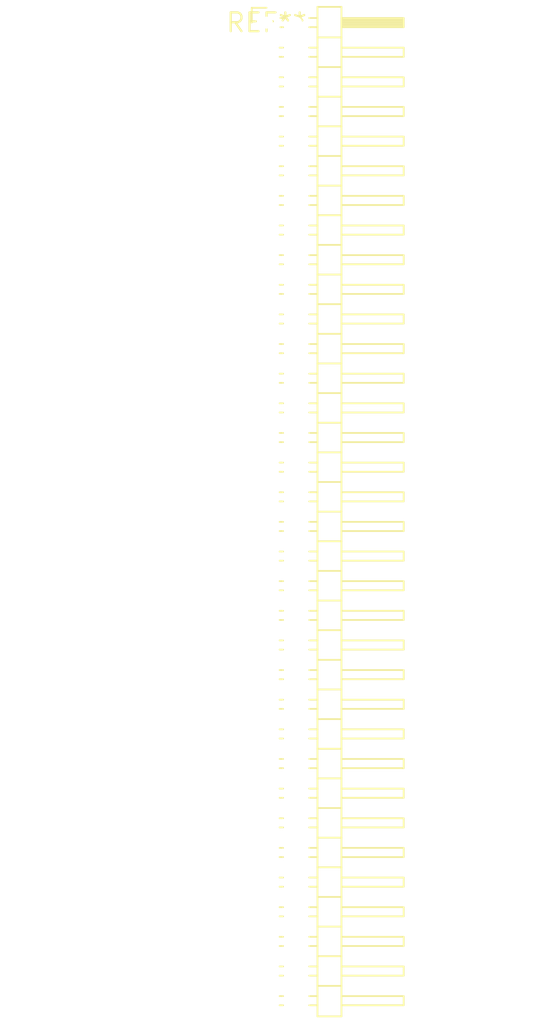
<source format=kicad_pcb>
(kicad_pcb (version 20240108) (generator pcbnew)
  (layers (0 "F.Cu" signal) (31 "B.Cu" signal) (34 "B.Paste" user) (35 "F.Paste" user) (36 "B.SilkS" user "B.Silkscreen") (37 "F.SilkS" user "F.Silkscreen") (38 "B.Mask" user) (39 "F.Mask" user) (44 "Edge.Cuts" user))
  (net 0 "")
  (footprint "PinHeader_2x34_P2.00mm_Horizontal" (layer "F.Cu") (at 0 0)
    (property "Reference" "REF**")
    (property "Value" "PinHeader_2x34_P2.00mm_Horizontal")
    (fp_line (start -1 -1) (end 0 -1) (layer "F.SilkS") (stroke (width 0.12)))
    (fp_line (start -1 0) (end -1 -1) (layer "F.SilkS") (stroke (width 0.12)))
    (fp_line (start 0.882114 1.69) (end 1.117886 1.69) (layer "F.SilkS") (stroke (width 0.12)))
    (fp_line (start 0.882114 2.31) (end 1.117886 2.31) (layer "F.SilkS") (stroke (width 0.12)))
    (fp_line (start 0.882114 3.69) (end 1.117886 3.69) (layer "F.SilkS") (stroke (width 0.12)))
    (fp_line (start 0.882114 4.31) (end 1.117886 4.31) (layer "F.SilkS") (stroke (width 0.12)))
    (fp_line (start 0.882114 5.69) (end 1.117886 5.69) (layer "F.SilkS") (stroke (width 0.12)))
    (fp_line (start 0.882114 6.31) (end 1.117886 6.31) (layer "F.SilkS") (stroke (width 0.12)))
    (fp_line (start 0.882114 7.69) (end 1.117886 7.69) (layer "F.SilkS") (stroke (width 0.12)))
    (fp_line (start 0.882114 8.31) (end 1.117886 8.31) (layer "F.SilkS") (stroke (width 0.12)))
    (fp_line (start 0.882114 9.69) (end 1.117886 9.69) (layer "F.SilkS") (stroke (width 0.12)))
    (fp_line (start 0.882114 10.31) (end 1.117886 10.31) (layer "F.SilkS") (stroke (width 0.12)))
    (fp_line (start 0.882114 11.69) (end 1.117886 11.69) (layer "F.SilkS") (stroke (width 0.12)))
    (fp_line (start 0.882114 12.31) (end 1.117886 12.31) (layer "F.SilkS") (stroke (width 0.12)))
    (fp_line (start 0.882114 13.69) (end 1.117886 13.69) (layer "F.SilkS") (stroke (width 0.12)))
    (fp_line (start 0.882114 14.31) (end 1.117886 14.31) (layer "F.SilkS") (stroke (width 0.12)))
    (fp_line (start 0.882114 15.69) (end 1.117886 15.69) (layer "F.SilkS") (stroke (width 0.12)))
    (fp_line (start 0.882114 16.31) (end 1.117886 16.31) (layer "F.SilkS") (stroke (width 0.12)))
    (fp_line (start 0.882114 17.69) (end 1.117886 17.69) (layer "F.SilkS") (stroke (width 0.12)))
    (fp_line (start 0.882114 18.31) (end 1.117886 18.31) (layer "F.SilkS") (stroke (width 0.12)))
    (fp_line (start 0.882114 19.69) (end 1.117886 19.69) (layer "F.SilkS") (stroke (width 0.12)))
    (fp_line (start 0.882114 20.31) (end 1.117886 20.31) (layer "F.SilkS") (stroke (width 0.12)))
    (fp_line (start 0.882114 21.69) (end 1.117886 21.69) (layer "F.SilkS") (stroke (width 0.12)))
    (fp_line (start 0.882114 22.31) (end 1.117886 22.31) (layer "F.SilkS") (stroke (width 0.12)))
    (fp_line (start 0.882114 23.69) (end 1.117886 23.69) (layer "F.SilkS") (stroke (width 0.12)))
    (fp_line (start 0.882114 24.31) (end 1.117886 24.31) (layer "F.SilkS") (stroke (width 0.12)))
    (fp_line (start 0.882114 25.69) (end 1.117886 25.69) (layer "F.SilkS") (stroke (width 0.12)))
    (fp_line (start 0.882114 26.31) (end 1.117886 26.31) (layer "F.SilkS") (stroke (width 0.12)))
    (fp_line (start 0.882114 27.69) (end 1.117886 27.69) (layer "F.SilkS") (stroke (width 0.12)))
    (fp_line (start 0.882114 28.31) (end 1.117886 28.31) (layer "F.SilkS") (stroke (width 0.12)))
    (fp_line (start 0.882114 29.69) (end 1.117886 29.69) (layer "F.SilkS") (stroke (width 0.12)))
    (fp_line (start 0.882114 30.31) (end 1.117886 30.31) (layer "F.SilkS") (stroke (width 0.12)))
    (fp_line (start 0.882114 31.69) (end 1.117886 31.69) (layer "F.SilkS") (stroke (width 0.12)))
    (fp_line (start 0.882114 32.31) (end 1.117886 32.31) (layer "F.SilkS") (stroke (width 0.12)))
    (fp_line (start 0.882114 33.69) (end 1.117886 33.69) (layer "F.SilkS") (stroke (width 0.12)))
    (fp_line (start 0.882114 34.31) (end 1.117886 34.31) (layer "F.SilkS") (stroke (width 0.12)))
    (fp_line (start 0.882114 35.69) (end 1.117886 35.69) (layer "F.SilkS") (stroke (width 0.12)))
    (fp_line (start 0.882114 36.31) (end 1.117886 36.31) (layer "F.SilkS") (stroke (width 0.12)))
    (fp_line (start 0.882114 37.69) (end 1.117886 37.69) (layer "F.SilkS") (stroke (width 0.12)))
    (fp_line (start 0.882114 38.31) (end 1.117886 38.31) (layer "F.SilkS") (stroke (width 0.12)))
    (fp_line (start 0.882114 39.69) (end 1.117886 39.69) (layer "F.SilkS") (stroke (width 0.12)))
    (fp_line (start 0.882114 40.31) (end 1.117886 40.31) (layer "F.SilkS") (stroke (width 0.12)))
    (fp_line (start 0.882114 41.69) (end 1.117886 41.69) (layer "F.SilkS") (stroke (width 0.12)))
    (fp_line (start 0.882114 42.31) (end 1.117886 42.31) (layer "F.SilkS") (stroke (width 0.12)))
    (fp_line (start 0.882114 43.69) (end 1.117886 43.69) (layer "F.SilkS") (stroke (width 0.12)))
    (fp_line (start 0.882114 44.31) (end 1.117886 44.31) (layer "F.SilkS") (stroke (width 0.12)))
    (fp_line (start 0.882114 45.69) (end 1.117886 45.69) (layer "F.SilkS") (stroke (width 0.12)))
    (fp_line (start 0.882114 46.31) (end 1.117886 46.31) (layer "F.SilkS") (stroke (width 0.12)))
    (fp_line (start 0.882114 47.69) (end 1.117886 47.69) (layer "F.SilkS") (stroke (width 0.12)))
    (fp_line (start 0.882114 48.31) (end 1.117886 48.31) (layer "F.SilkS") (stroke (width 0.12)))
    (fp_line (start 0.882114 49.69) (end 1.117886 49.69) (layer "F.SilkS") (stroke (width 0.12)))
    (fp_line (start 0.882114 50.31) (end 1.117886 50.31) (layer "F.SilkS") (stroke (width 0.12)))
    (fp_line (start 0.882114 51.69) (end 1.117886 51.69) (layer "F.SilkS") (stroke (width 0.12)))
    (fp_line (start 0.882114 52.31) (end 1.117886 52.31) (layer "F.SilkS") (stroke (width 0.12)))
    (fp_line (start 0.882114 53.69) (end 1.117886 53.69) (layer "F.SilkS") (stroke (width 0.12)))
    (fp_line (start 0.882114 54.31) (end 1.117886 54.31) (layer "F.SilkS") (stroke (width 0.12)))
    (fp_line (start 0.882114 55.69) (end 1.117886 55.69) (layer "F.SilkS") (stroke (width 0.12)))
    (fp_line (start 0.882114 56.31) (end 1.117886 56.31) (layer "F.SilkS") (stroke (width 0.12)))
    (fp_line (start 0.882114 57.69) (end 1.117886 57.69) (layer "F.SilkS") (stroke (width 0.12)))
    (fp_line (start 0.882114 58.31) (end 1.117886 58.31) (layer "F.SilkS") (stroke (width 0.12)))
    (fp_line (start 0.882114 59.69) (end 1.117886 59.69) (layer "F.SilkS") (stroke (width 0.12)))
    (fp_line (start 0.882114 60.31) (end 1.117886 60.31) (layer "F.SilkS") (stroke (width 0.12)))
    (fp_line (start 0.882114 61.69) (end 1.117886 61.69) (layer "F.SilkS") (stroke (width 0.12)))
    (fp_line (start 0.882114 62.31) (end 1.117886 62.31) (layer "F.SilkS") (stroke (width 0.12)))
    (fp_line (start 0.882114 63.69) (end 1.117886 63.69) (layer "F.SilkS") (stroke (width 0.12)))
    (fp_line (start 0.882114 64.31) (end 1.117886 64.31) (layer "F.SilkS") (stroke (width 0.12)))
    (fp_line (start 0.882114 65.69) (end 1.117886 65.69) (layer "F.SilkS") (stroke (width 0.12)))
    (fp_line (start 0.882114 66.31) (end 1.117886 66.31) (layer "F.SilkS") (stroke (width 0.12)))
    (fp_line (start 0.935 -0.31) (end 1.117886 -0.31) (layer "F.SilkS") (stroke (width 0.12)))
    (fp_line (start 0.935 0.31) (end 1.117886 0.31) (layer "F.SilkS") (stroke (width 0.12)))
    (fp_line (start 2.882114 -0.31) (end 3.44 -0.31) (layer "F.SilkS") (stroke (width 0.12)))
    (fp_line (start 2.882114 0.31) (end 3.44 0.31) (layer "F.SilkS") (stroke (width 0.12)))
    (fp_line (start 2.882114 1.69) (end 3.44 1.69) (layer "F.SilkS") (stroke (width 0.12)))
    (fp_line (start 2.882114 2.31) (end 3.44 2.31) (layer "F.SilkS") (stroke (width 0.12)))
    (fp_line (start 2.882114 3.69) (end 3.44 3.69) (layer "F.SilkS") (stroke (width 0.12)))
    (fp_line (start 2.882114 4.31) (end 3.44 4.31) (layer "F.SilkS") (stroke (width 0.12)))
    (fp_line (start 2.882114 5.69) (end 3.44 5.69) (layer "F.SilkS") (stroke (width 0.12)))
    (fp_line (start 2.882114 6.31) (end 3.44 6.31) (layer "F.SilkS") (stroke (width 0.12)))
    (fp_line (start 2.882114 7.69) (end 3.44 7.69) (layer "F.SilkS") (stroke (width 0.12)))
    (fp_line (start 2.882114 8.31) (end 3.44 8.31) (layer "F.SilkS") (stroke (width 0.12)))
    (fp_line (start 2.882114 9.69) (end 3.44 9.69) (layer "F.SilkS") (stroke (width 0.12)))
    (fp_line (start 2.882114 10.31) (end 3.44 10.31) (layer "F.SilkS") (stroke (width 0.12)))
    (fp_line (start 2.882114 11.69) (end 3.44 11.69) (layer "F.SilkS") (stroke (width 0.12)))
    (fp_line (start 2.882114 12.31) (end 3.44 12.31) (layer "F.SilkS") (stroke (width 0.12)))
    (fp_line (start 2.882114 13.69) (end 3.44 13.69) (layer "F.SilkS") (stroke (width 0.12)))
    (fp_line (start 2.882114 14.31) (end 3.44 14.31) (layer "F.SilkS") (stroke (width 0.12)))
    (fp_line (start 2.882114 15.69) (end 3.44 15.69) (layer "F.SilkS") (stroke (width 0.12)))
    (fp_line (start 2.882114 16.31) (end 3.44 16.31) (layer "F.SilkS") (stroke (width 0.12)))
    (fp_line (start 2.882114 17.69) (end 3.44 17.69) (layer "F.SilkS") (stroke (width 0.12)))
    (fp_line (start 2.882114 18.31) (end 3.44 18.31) (layer "F.SilkS") (stroke (width 0.12)))
    (fp_line (start 2.882114 19.69) (end 3.44 19.69) (layer "F.SilkS") (stroke (width 0.12)))
    (fp_line (start 2.882114 20.31) (end 3.44 20.31) (layer "F.SilkS") (stroke (width 0.12)))
    (fp_line (start 2.882114 21.69) (end 3.44 21.69) (layer "F.SilkS") (stroke (width 0.12)))
    (fp_line (start 2.882114 22.31) (end 3.44 22.31) (layer "F.SilkS") (stroke (width 0.12)))
    (fp_line (start 2.882114 23.69) (end 3.44 23.69) (layer "F.SilkS") (stroke (width 0.12)))
    (fp_line (start 2.882114 24.31) (end 3.44 24.31) (layer "F.SilkS") (stroke (width 0.12)))
    (fp_line (start 2.882114 25.69) (end 3.44 25.69) (layer "F.SilkS") (stroke (width 0.12)))
    (fp_line (start 2.882114 26.31) (end 3.44 26.31) (layer "F.SilkS") (stroke (width 0.12)))
    (fp_line (start 2.882114 27.69) (end 3.44 27.69) (layer "F.SilkS") (stroke (width 0.12)))
    (fp_line (start 2.882114 28.31) (end 3.44 28.31) (layer "F.SilkS") (stroke (width 0.12)))
    (fp_line (start 2.882114 29.69) (end 3.44 29.69) (layer "F.SilkS") (stroke (width 0.12)))
    (fp_line (start 2.882114 30.31) (end 3.44 30.31) (layer "F.SilkS") (stroke (width 0.12)))
    (fp_line (start 2.882114 31.69) (end 3.44 31.69) (layer "F.SilkS") (stroke (width 0.12)))
    (fp_line (start 2.882114 32.31) (end 3.44 32.31) (layer "F.SilkS") (stroke (width 0.12)))
    (fp_line (start 2.882114 33.69) (end 3.44 33.69) (layer "F.SilkS") (stroke (width 0.12)))
    (fp_line (start 2.882114 34.31) (end 3.44 34.31) (layer "F.SilkS") (stroke (width 0.12)))
    (fp_line (start 2.882114 35.69) (end 3.44 35.69) (layer "F.SilkS") (stroke (width 0.12)))
    (fp_line (start 2.882114 36.31) (end 3.44 36.31) (layer "F.SilkS") (stroke (width 0.12)))
    (fp_line (start 2.882114 37.69) (end 3.44 37.69) (layer "F.SilkS") (stroke (width 0.12)))
    (fp_line (start 2.882114 38.31) (end 3.44 38.31) (layer "F.SilkS") (stroke (width 0.12)))
    (fp_line (start 2.882114 39.69) (end 3.44 39.69) (layer "F.SilkS") (stroke (width 0.12)))
    (fp_line (start 2.882114 40.31) (end 3.44 40.31) (layer "F.SilkS") (stroke (width 0.12)))
    (fp_line (start 2.882114 41.69) (end 3.44 41.69) (layer "F.SilkS") (stroke (width 0.12)))
    (fp_line (start 2.882114 42.31) (end 3.44 42.31) (layer "F.SilkS") (stroke (width 0.12)))
    (fp_line (start 2.882114 43.69) (end 3.44 43.69) (layer "F.SilkS") (stroke (width 0.12)))
    (fp_line (start 2.882114 44.31) (end 3.44 44.31) (layer "F.SilkS") (stroke (width 0.12)))
    (fp_line (start 2.882114 45.69) (end 3.44 45.69) (layer "F.SilkS") (stroke (width 0.12)))
    (fp_line (start 2.882114 46.31) (end 3.44 46.31) (layer "F.SilkS") (stroke (width 0.12)))
    (fp_line (start 2.882114 47.69) (end 3.44 47.69) (layer "F.SilkS") (stroke (width 0.12)))
    (fp_line (start 2.882114 48.31) (end 3.44 48.31) (layer "F.SilkS") (stroke (width 0.12)))
    (fp_line (start 2.882114 49.69) (end 3.44 49.69) (layer "F.SilkS") (stroke (width 0.12)))
    (fp_line (start 2.882114 50.31) (end 3.44 50.31) (layer "F.SilkS") (stroke (width 0.12)))
    (fp_line (start 2.882114 51.69) (end 3.44 51.69) (layer "F.SilkS") (stroke (width 0.12)))
    (fp_line (start 2.882114 52.31) (end 3.44 52.31) (layer "F.SilkS") (stroke (width 0.12)))
    (fp_line (start 2.882114 53.69) (end 3.44 53.69) (layer "F.SilkS") (stroke (width 0.12)))
    (fp_line (start 2.882114 54.31) (end 3.44 54.31) (layer "F.SilkS") (stroke (width 0.12)))
    (fp_line (start 2.882114 55.69) (end 3.44 55.69) (layer "F.SilkS") (stroke (width 0.12)))
    (fp_line (start 2.882114 56.31) (end 3.44 56.31) (layer "F.SilkS") (stroke (width 0.12)))
    (fp_line (start 2.882114 57.69) (end 3.44 57.69) (layer "F.SilkS") (stroke (width 0.12)))
    (fp_line (start 2.882114 58.31) (end 3.44 58.31) (layer "F.SilkS") (stroke (width 0.12)))
    (fp_line (start 2.882114 59.69) (end 3.44 59.69) (layer "F.SilkS") (stroke (width 0.12)))
    (fp_line (start 2.882114 60.31) (end 3.44 60.31) (layer "F.SilkS") (stroke (width 0.12)))
    (fp_line (start 2.882114 61.69) (end 3.44 61.69) (layer "F.SilkS") (stroke (width 0.12)))
    (fp_line (start 2.882114 62.31) (end 3.44 62.31) (layer "F.SilkS") (stroke (width 0.12)))
    (fp_line (start 2.882114 63.69) (end 3.44 63.69) (layer "F.SilkS") (stroke (width 0.12)))
    (fp_line (start 2.882114 64.31) (end 3.44 64.31) (layer "F.SilkS") (stroke (width 0.12)))
    (fp_line (start 2.882114 65.69) (end 3.44 65.69) (layer "F.SilkS") (stroke (width 0.12)))
    (fp_line (start 2.882114 66.31) (end 3.44 66.31) (layer "F.SilkS") (stroke (width 0.12)))
    (fp_line (start 3.44 -1.06) (end 3.44 67.06) (layer "F.SilkS") (stroke (width 0.12)))
    (fp_line (start 3.44 1) (end 5.06 1) (layer "F.SilkS") (stroke (width 0.12)))
    (fp_line (start 3.44 3) (end 5.06 3) (layer "F.SilkS") (stroke (width 0.12)))
    (fp_line (start 3.44 5) (end 5.06 5) (layer "F.SilkS") (stroke (width 0.12)))
    (fp_line (start 3.44 7) (end 5.06 7) (layer "F.SilkS") (stroke (width 0.12)))
    (fp_line (start 3.44 9) (end 5.06 9) (layer "F.SilkS") (stroke (width 0.12)))
    (fp_line (start 3.44 11) (end 5.06 11) (layer "F.SilkS") (stroke (width 0.12)))
    (fp_line (start 3.44 13) (end 5.06 13) (layer "F.SilkS") (stroke (width 0.12)))
    (fp_line (start 3.44 15) (end 5.06 15) (layer "F.SilkS") (stroke (width 0.12)))
    (fp_line (start 3.44 17) (end 5.06 17) (layer "F.SilkS") (stroke (width 0.12)))
    (fp_line (start 3.44 19) (end 5.06 19) (layer "F.SilkS") (stroke (width 0.12)))
    (fp_line (start 3.44 21) (end 5.06 21) (layer "F.SilkS") (stroke (width 0.12)))
    (fp_line (start 3.44 23) (end 5.06 23) (layer "F.SilkS") (stroke (width 0.12)))
    (fp_line (start 3.44 25) (end 5.06 25) (layer "F.SilkS") (stroke (width 0.12)))
    (fp_line (start 3.44 27) (end 5.06 27) (layer "F.SilkS") (stroke (width 0.12)))
    (fp_line (start 3.44 29) (end 5.06 29) (layer "F.SilkS") (stroke (width 0.12)))
    (fp_line (start 3.44 31) (end 5.06 31) (layer "F.SilkS") (stroke (width 0.12)))
    (fp_line (start 3.44 33) (end 5.06 33) (layer "F.SilkS") (stroke (width 0.12)))
    (fp_line (start 3.44 35) (end 5.06 35) (layer "F.SilkS") (stroke (width 0.12)))
    (fp_line (start 3.44 37) (end 5.06 37) (layer "F.SilkS") (stroke (width 0.12)))
    (fp_line (start 3.44 39) (end 5.06 39) (layer "F.SilkS") (stroke (width 0.12)))
    (fp_line (start 3.44 41) (end 5.06 41) (layer "F.SilkS") (stroke (width 0.12)))
    (fp_line (start 3.44 43) (end 5.06 43) (layer "F.SilkS") (stroke (width 0.12)))
    (fp_line (start 3.44 45) (end 5.06 45) (layer "F.SilkS") (stroke (width 0.12)))
    (fp_line (start 3.44 47) (end 5.06 47) (layer "F.SilkS") (stroke (width 0.12)))
    (fp_line (start 3.44 49) (end 5.06 49) (layer "F.SilkS") (stroke (width 0.12)))
    (fp_line (start 3.44 51) (end 5.06 51) (layer "F.SilkS") (stroke (width 0.12)))
    (fp_line (start 3.44 53) (end 5.06 53) (layer "F.SilkS") (stroke (width 0.12)))
    (fp_line (start 3.44 55) (end 5.06 55) (layer "F.SilkS") (stroke (width 0.12)))
    (fp_line (start 3.44 57) (end 5.06 57) (layer "F.SilkS") (stroke (width 0.12)))
    (fp_line (start 3.44 59) (end 5.06 59) (layer "F.SilkS") (stroke (width 0.12)))
    (fp_line (start 3.44 61) (end 5.06 61) (layer "F.SilkS") (stroke (width 0.12)))
    (fp_line (start 3.44 63) (end 5.06 63) (layer "F.SilkS") (stroke (width 0.12)))
    (fp_line (start 3.44 65) (end 5.06 65) (layer "F.SilkS") (stroke (width 0.12)))
    (fp_line (start 3.44 67.06) (end 5.06 67.06) (layer "F.SilkS") (stroke (width 0.12)))
    (fp_line (start 5.06 -1.06) (end 3.44 -1.06) (layer "F.SilkS") (stroke (width 0.12)))
    (fp_line (start 5.06 -0.31) (end 9.26 -0.31) (layer "F.SilkS") (stroke (width 0.12)))
    (fp_line (start 5.06 -0.25) (end 9.26 -0.25) (layer "F.SilkS") (stroke (width 0.12)))
    (fp_line (start 5.06 -0.13) (end 9.26 -0.13) (layer "F.SilkS") (stroke (width 0.12)))
    (fp_line (start 5.06 -0.01) (end 9.26 -0.01) (layer "F.SilkS") (stroke (width 0.12)))
    (fp_line (start 5.06 0.11) (end 9.26 0.11) (layer "F.SilkS") (stroke (width 0.12)))
    (fp_line (start 5.06 0.23) (end 9.26 0.23) (layer "F.SilkS") (stroke (width 0.12)))
    (fp_line (start 5.06 1.69) (end 9.26 1.69) (layer "F.SilkS") (stroke (width 0.12)))
    (fp_line (start 5.06 3.69) (end 9.26 3.69) (layer "F.SilkS") (stroke (width 0.12)))
    (fp_line (start 5.06 5.69) (end 9.26 5.69) (layer "F.SilkS") (stroke (width 0.12)))
    (fp_line (start 5.06 7.69) (end 9.26 7.69) (layer "F.SilkS") (stroke (width 0.12)))
    (fp_line (start 5.06 9.69) (end 9.26 9.69) (layer "F.SilkS") (stroke (width 0.12)))
    (fp_line (start 5.06 11.69) (end 9.26 11.69) (layer "F.SilkS") (stroke (width 0.12)))
    (fp_line (start 5.06 13.69) (end 9.26 13.69) (layer "F.SilkS") (stroke (width 0.12)))
    (fp_line (start 5.06 15.69) (end 9.26 15.69) (layer "F.SilkS") (stroke (width 0.12)))
    (fp_line (start 5.06 17.69) (end 9.26 17.69) (layer "F.SilkS") (stroke (width 0.12)))
    (fp_line (start 5.06 19.69) (end 9.26 19.69) (layer "F.SilkS") (stroke (width 0.12)))
    (fp_line (start 5.06 21.69) (end 9.26 21.69) (layer "F.SilkS") (stroke (width 0.12)))
    (fp_line (start 5.06 23.69) (end 9.26 23.69) (layer "F.SilkS") (stroke (width 0.12)))
    (fp_line (start 5.06 25.69) (end 9.26 25.69) (layer "F.SilkS") (stroke (width 0.12)))
    (fp_line (start 5.06 27.69) (end 9.26 27.69) (layer "F.SilkS") (stroke (width 0.12)))
    (fp_line (start 5.06 29.69) (end 9.26 29.69) (layer "F.SilkS") (stroke (width 0.12)))
    (fp_line (start 5.06 31.69) (end 9.26 31.69) (layer "F.SilkS") (stroke (width 0.12)))
    (fp_line (start 5.06 33.69) (end 9.26 33.69) (layer "F.SilkS") (stroke (width 0.12)))
    (fp_line (start 5.06 35.69) (end 9.26 35.69) (layer "F.SilkS") (stroke (width 0.12)))
    (fp_line (start 5.06 37.69) (end 9.26 37.69) (layer "F.SilkS") (stroke (width 0.12)))
    (fp_line (start 5.06 39.69) (end 9.26 39.69) (layer "F.SilkS") (stroke (width 0.12)))
    (fp_line (start 5.06 41.69) (end 9.26 41.69) (layer "F.SilkS") (stroke (width 0.12)))
    (fp_line (start 5.06 43.69) (end 9.26 43.69) (layer "F.SilkS") (stroke (width 0.12)))
    (fp_line (start 5.06 45.69) (end 9.26 45.69) (layer "F.SilkS") (stroke (width 0.12)))
    (fp_line (start 5.06 47.69) (end 9.26 47.69) (layer "F.SilkS") (stroke (width 0.12)))
    (fp_line (start 5.06 49.69) (end 9.26 49.69) (layer "F.SilkS") (stroke (width 0.12)))
    (fp_line (start 5.06 51.69) (end 9.26 51.69) (layer "F.SilkS") (stroke (width 0.12)))
    (fp_line (start 5.06 53.69) (end 9.26 53.69) (layer "F.SilkS") (stroke (width 0.12)))
    (fp_line (start 5.06 55.69) (end 9.26 55.69) (layer "F.SilkS") (stroke (width 0.12)))
    (fp_line (start 5.06 57.69) (end 9.26 57.69) (layer "F.SilkS") (stroke (width 0.12)))
    (fp_line (start 5.06 59.69) (end 9.26 59.69) (layer "F.SilkS") (stroke (width 0.12)))
    (fp_line (start 5.06 61.69) (end 9.26 61.69) (layer "F.SilkS") (stroke (width 0.12)))
    (fp_line (start 5.06 63.69) (end 9.26 63.69) (layer "F.SilkS") (stroke (width 0.12)))
    (fp_line (start 5.06 65.69) (end 9.26 65.69) (layer "F.SilkS") (stroke (width 0.12)))
    (fp_line (start 5.06 67.06) (end 5.06 -1.06) (layer "F.SilkS") (stroke (width 0.12)))
    (fp_line (start 9.26 -0.31) (end 9.26 0.31) (layer "F.SilkS") (stroke (width 0.12)))
    (fp_line (start 9.26 0.31) (end 5.06 0.31) (layer "F.SilkS") (stroke (width 0.12)))
    (fp_line (start 9.26 1.69) (end 9.26 2.31) (layer "F.SilkS") (stroke (width 0.12)))
    (fp_line (start 9.26 2.31) (end 5.06 2.31) (layer "F.SilkS") (stroke (width 0.12)))
    (fp_line (start 9.26 3.69) (end 9.26 4.31) (layer "F.SilkS") (stroke (width 0.12)))
    (fp_line (start 9.26 4.31) (end 5.06 4.31) (layer "F.SilkS") (stroke (width 0.12)))
    (fp_line (start 9.26 5.69) (end 9.26 6.31) (layer "F.SilkS") (stroke (width 0.12)))
    (fp_line (start 9.26 6.31) (end 5.06 6.31) (layer "F.SilkS") (stroke (width 0.12)))
    (fp_line (start 9.26 7.69) (end 9.26 8.31) (layer "F.SilkS") (stroke (width 0.12)))
    (fp_line (start 9.26 8.31) (end 5.06 8.31) (layer "F.SilkS") (stroke (width 0.12)))
    (fp_line (start 9.26 9.69) (end 9.26 10.31) (layer "F.SilkS") (stroke (width 0.12)))
    (fp_line (start 9.26 10.31) (end 5.06 10.31) (layer "F.SilkS") (stroke (width 0.12)))
    (fp_line (start 9.26 11.69) (end 9.26 12.31) (layer "F.SilkS") (stroke (width 0.12)))
    (fp_line (start 9.26 12.31) (end 5.06 12.31) (layer "F.SilkS") (stroke (width 0.12)))
    (fp_line (start 9.26 13.69) (end 9.26 14.31) (layer "F.SilkS") (stroke (width 0.12)))
    (fp_line (start 9.26 14.31) (end 5.06 14.31) (layer "F.SilkS") (stroke (width 0.12)))
    (fp_line (start 9.26 15.69) (end 9.26 16.31) (layer "F.SilkS") (stroke (width 0.12)))
    (fp_line (start 9.26 16.31) (end 5.06 16.31) (layer "F.SilkS") (stroke (width 0.12)))
    (fp_line (start 9.26 17.69) (end 9.26 18.31) (layer "F.SilkS") (stroke (width 0.12)))
    (fp_line (start 9.26 18.31) (end 5.06 18.31) (layer "F.SilkS") (stroke (width 0.12)))
    (fp_line (start 9.26 19.69) (end 9.26 20.31) (layer "F.SilkS") (stroke (width 0.12)))
    (fp_line (start 9.26 20.31) (end 5.06 20.31) (layer "F.SilkS") (stroke (width 0.12)))
    (fp_line (start 9.26 21.69) (end 9.26 22.31) (layer "F.SilkS") (stroke (width 0.12)))
    (fp_line (start 9.26 22.31) (end 5.06 22.31) (layer "F.SilkS") (stroke (width 0.12)))
    (fp_line (start 9.26 23.69) (end 9.26 24.31) (layer "F.SilkS") (stroke (width 0.12)))
    (fp_line (start 9.26 24.31) (end 5.06 24.31) (layer "F.SilkS") (stroke (width 0.12)))
    (fp_line (start 9.26 25.69) (end 9.26 26.31) (layer "F.SilkS") (stroke (width 0.12)))
    (fp_line (start 9.26 26.31) (end 5.06 26.31) (layer "F.SilkS") (stroke (width 0.12)))
    (fp_line (start 9.26 27.69) (end 9.26 28.31) (layer "F.SilkS") (stroke (width 0.12)))
    (fp_line (start 9.26 28.31) (end 5.06 28.31) (layer "F.SilkS") (stroke (width 0.12)))
    (fp_line (start 9.26 29.69) (end 9.26 30.31) (layer "F.SilkS") (stroke (width 0.12)))
    (fp_line (start 9.26 30.31) (end 5.06 30.31) (layer "F.SilkS") (stroke (width 0.12)))
    (fp_line (start 9.26 31.69) (end 9.26 32.31) (layer "F.SilkS") (stroke (width 0.12)))
    (fp_line (start 9.26 32.31) (end 5.06 32.31) (layer "F.SilkS") (stroke (width 0.12)))
    (fp_line (start 9.26 33.69) (end 9.26 34.31) (layer "F.SilkS") (stroke (width 0.12)))
    (fp_line (start 9.26 34.31) (end 5.06 34.31) (layer "F.SilkS") (stroke (width 0.12)))
    (fp_line (start 9.26 35.69) (end 9.26 36.31) (layer "F.SilkS") (stroke (width 0.12)))
    (fp_line (start 9.26 36.31) (end 5.06 36.31) (layer "F.SilkS") (stroke (width 0.12)))
    (fp_line (start 9.26 37.69) (end 9.26 38.31) (layer "F.SilkS") (stroke (width 0.12)))
    (fp_line (start 9.26 38.31) (end 5.06 38.31) (layer "F.SilkS") (stroke (width 0.12)))
    (fp_line (start 9.26 39.69) (end 9.26 40.31) (layer "F.SilkS") (stroke (width 0.12)))
    (fp_line (start 9.26 40.31) (end 5.06 40.31) (layer "F.SilkS") (stroke (width 0.12)))
    (fp_line (start 9.26 41.69) (end 9.26 42.31) (layer "F.SilkS") (stroke (width 0.12)))
    (fp_line (start 9.26 42.31) (end 5.06 42.31) (layer "F.SilkS") (stroke (width 0.12)))
    (fp_line (start 9.26 43.69) (end 9.26 44.31) (layer "F.SilkS") (stroke (width 0.12)))
    (fp_line (start 9.26 44.31) (end 5.06 44.31) (layer "F.SilkS") (stroke (width 0.12)))
    (fp_line (start 9.26 45.69) (end 9.26 46.31) (layer "F.SilkS") (stroke (width 0.12)))
    (fp_line (start 9.26 46.31) (end 5.06 46.31) (layer "F.SilkS") (stroke (width 0.12)))
    (fp_line (start 9.26 47.69) (end 9.26 48.31) (layer "F.SilkS") (stroke (width 0.12)))
    (fp_line (start 9.26 48.31) (end 5.06 48.31) (layer "F.SilkS") (stroke (width 0.12)))
    (fp_line (start 9.26 49.69) (end 9.26 50.31) (layer "F.SilkS") (stroke (width 0.12)))
    (fp_line (start 9.26 50.31) (end 5.06 50.31) (layer "F.SilkS") (stroke (width 0.12)))
    (fp_line (start 9.26 51.69) (end 9.26 52.31) (layer "F.SilkS") (stroke (width 0.12)))
    (fp_line (start 9.26 52.31) (end 5.06 52.31) (layer "F.SilkS") (stroke (width 0.12)))
    (fp_line (start 9.26 53.69) (end 9.26 54.31) (layer "F.SilkS") (stroke (width 0.12)))
    (fp_line (start 9.26 54.31) (end 5.06 54.31) (layer "F.SilkS") (stroke (width 0.12)))
    (fp_line (start 9.26 55.69) (end 9.26 56.31) (layer "F.SilkS") (stroke (width 0.12)))
    (fp_line (start 9.26 56.31) (end 5.06 56.31) (layer "F.SilkS") (stroke (width 0.12)))
    (fp_line (start 9.26 57.69) (end 9.26 58.31) (layer "F.SilkS") (stroke (width 0.12)))
    (fp_line (start 9.26 58.31) (end 5.06 58.31) (layer "F.SilkS") (stroke (width 0.12)))
    (fp_line (start 9.26 59.69) (end 9.26 60.31) (layer "F.SilkS") (stroke (width 0.12)))
    (fp_line (start 9.26 60.31) (end 5.06 60.31) (layer "F.SilkS") (stroke (width 0.12)))
    (fp_line (start 9.26 61.69) (end 9.26 62.31) (layer "F.SilkS") (stroke (width 0.12)))
    (fp_line (start 9.26 62.31) (end 5.06 62.31) (layer "F.SilkS") (stroke (width 0.12)))
    (fp_line (start 9.26 63.69) (end 9.26 64.31) (layer "F.SilkS") (stroke (width 0.12)))
    (fp_line (start 9.26 64.31) (end 5.06 64.31) (layer "F.SilkS") (stroke (width 0.12)))
    (fp_line (start 9.26 65.69) (end 9.26 66.31) (layer "F.SilkS") (stroke (width 0.12)))
    (fp_line (start 9.26 66.31) (end 5.06 66.31) (layer "F.SilkS") (stroke (width 0.12)))
    (pad "1" thru_hole rect (at 0 0) (size 1.35 1.35) (drill 0.8) (layers *.Cu *.Mask) (remove_unused_layers))
    (pad "2" thru_hole oval (at 2 0) (size 1.35 1.35) (drill 0.8) (layers *.Cu *.Mask) (remove_unused_layers))
    (pad "3" thru_hole oval (at 0 2) (size 1.35 1.35) (drill 0.8) (layers *.Cu *.Mask) (remove_unused_layers))
    (pad "4" thru_hole oval (at 2 2) (size 1.35 1.35) (drill 0.8) (layers *.Cu *.Mask) (remove_unused_layers))
    (pad "5" thru_hole oval (at 0 4) (size 1.35 1.35) (drill 0.8) (layers *.Cu *.Mask) (remove_unused_layers))
    (pad "6" thru_hole oval (at 2 4) (size 1.35 1.35) (drill 0.8) (layers *.Cu *.Mask) (remove_unused_layers))
    (pad "7" thru_hole oval (at 0 6) (size 1.35 1.35) (drill 0.8) (layers *.Cu *.Mask) (remove_unused_layers))
    (pad "8" thru_hole oval (at 2 6) (size 1.35 1.35) (drill 0.8) (layers *.Cu *.Mask) (remove_unused_layers))
    (pad "9" thru_hole oval (at 0 8) (size 1.35 1.35) (drill 0.8) (layers *.Cu *.Mask) (remove_unused_layers))
    (pad "10" thru_hole oval (at 2 8) (size 1.35 1.35) (drill 0.8) (layers *.Cu *.Mask) (remove_unused_layers))
    (pad "11" thru_hole oval (at 0 10) (size 1.35 1.35) (drill 0.8) (layers *.Cu *.Mask) (remove_unused_layers))
    (pad "12" thru_hole oval (at 2 10) (size 1.35 1.35) (drill 0.8) (layers *.Cu *.Mask) (remove_unused_layers))
    (pad "13" thru_hole oval (at 0 12) (size 1.35 1.35) (drill 0.8) (layers *.Cu *.Mask) (remove_unused_layers))
    (pad "14" thru_hole oval (at 2 12) (size 1.35 1.35) (drill 0.8) (layers *.Cu *.Mask) (remove_unused_layers))
    (pad "15" thru_hole oval (at 0 14) (size 1.35 1.35) (drill 0.8) (layers *.Cu *.Mask) (remove_unused_layers))
    (pad "16" thru_hole oval (at 2 14) (size 1.35 1.35) (drill 0.8) (layers *.Cu *.Mask) (remove_unused_layers))
    (pad "17" thru_hole oval (at 0 16) (size 1.35 1.35) (drill 0.8) (layers *.Cu *.Mask) (remove_unused_layers))
    (pad "18" thru_hole oval (at 2 16) (size 1.35 1.35) (drill 0.8) (layers *.Cu *.Mask) (remove_unused_layers))
    (pad "19" thru_hole oval (at 0 18) (size 1.35 1.35) (drill 0.8) (layers *.Cu *.Mask) (remove_unused_layers))
    (pad "20" thru_hole oval (at 2 18) (size 1.35 1.35) (drill 0.8) (layers *.Cu *.Mask) (remove_unused_layers))
    (pad "21" thru_hole oval (at 0 20) (size 1.35 1.35) (drill 0.8) (layers *.Cu *.Mask) (remove_unused_layers))
    (pad "22" thru_hole oval (at 2 20) (size 1.35 1.35) (drill 0.8) (layers *.Cu *.Mask) (remove_unused_layers))
    (pad "23" thru_hole oval (at 0 22) (size 1.35 1.35) (drill 0.8) (layers *.Cu *.Mask) (remove_unused_layers))
    (pad "24" thru_hole oval (at 2 22) (size 1.35 1.35) (drill 0.8) (layers *.Cu *.Mask) (remove_unused_layers))
    (pad "25" thru_hole oval (at 0 24) (size 1.35 1.35) (drill 0.8) (layers *.Cu *.Mask) (remove_unused_layers))
    (pad "26" thru_hole oval (at 2 24) (size 1.35 1.35) (drill 0.8) (layers *.Cu *.Mask) (remove_unused_layers))
    (pad "27" thru_hole oval (at 0 26) (size 1.35 1.35) (drill 0.8) (layers *.Cu *.Mask) (remove_unused_layers))
    (pad "28" thru_hole oval (at 2 26) (size 1.35 1.35) (drill 0.8) (layers *.Cu *.Mask) (remove_unused_layers))
    (pad "29" thru_hole oval (at 0 28) (size 1.35 1.35) (drill 0.8) (layers *.Cu *.Mask) (remove_unused_layers))
    (pad "30" thru_hole oval (at 2 28) (size 1.35 1.35) (drill 0.8) (layers *.Cu *.Mask) (remove_unused_layers))
    (pad "31" thru_hole oval (at 0 30) (size 1.35 1.35) (drill 0.8) (layers *.Cu *.Mask) (remove_unused_layers))
    (pad "32" thru_hole oval (at 2 30) (size 1.35 1.35) (drill 0.8) (layers *.Cu *.Mask) (remove_unused_layers))
    (pad "33" thru_hole oval (at 0 32) (size 1.35 1.35) (drill 0.8) (layers *.Cu *.Mask) (remove_unused_layers))
    (pad "34" thru_hole oval (at 2 32) (size 1.35 1.35) (drill 0.8) (layers *.Cu *.Mask) (remove_unused_layers))
    (pad "35" thru_hole oval (at 0 34) (size 1.35 1.35) (drill 0.8) (layers *.Cu *.Mask) (remove_unused_layers))
    (pad "36" thru_hole oval (at 2 34) (size 1.35 1.35) (drill 0.8) (layers *.Cu *.Mask) (remove_unused_layers))
    (pad "37" thru_hole oval (at 0 36) (size 1.35 1.35) (drill 0.8) (layers *.Cu *.Mask) (remove_unused_layers))
    (pad "38" thru_hole oval (at 2 36) (size 1.35 1.35) (drill 0.8) (layers *.Cu *.Mask) (remove_unused_layers))
    (pad "39" thru_hole oval (at 0 38) (size 1.35 1.35) (drill 0.8) (layers *.Cu *.Mask) (remove_unused_layers))
    (pad "40" thru_hole oval (at 2 38) (size 1.35 1.35) (drill 0.8) (layers *.Cu *.Mask) (remove_unused_layers))
    (pad "41" thru_hole oval (at 0 40) (size 1.35 1.35) (drill 0.8) (layers *.Cu *.Mask) (remove_unused_layers))
    (pad "42" thru_hole oval (at 2 40) (size 1.35 1.35) (drill 0.8) (layers *.Cu *.Mask) (remove_unused_layers))
    (pad "43" thru_hole oval (at 0 42) (size 1.35 1.35) (drill 0.8) (layers *.Cu *.Mask) (remove_unused_layers))
    (pad "44" thru_hole oval (at 2 42) (size 1.35 1.35) (drill 0.8) (layers *.Cu *.Mask) (remove_unused_layers))
    (pad "45" thru_hole oval (at 0 44) (size 1.35 1.35) (drill 0.8) (layers *.Cu *.Mask) (remove_unused_layers))
    (pad "46" thru_hole oval (at 2 44) (size 1.35 1.35) (drill 0.8) (layers *.Cu *.Mask) (remove_unused_layers))
    (pad "47" thru_hole oval (at 0 46) (size 1.35 1.35) (drill 0.8) (layers *.Cu *.Mask) (remove_unused_layers))
    (pad "48" thru_hole oval (at 2 46) (size 1.35 1.35) (drill 0.8) (layers *.Cu *.Mask) (remove_unused_layers))
    (pad "49" thru_hole oval (at 0 48) (size 1.35 1.35) (drill 0.8) (layers *.Cu *.Mask) (remove_unused_layers))
    (pad "50" thru_hole oval (at 2 48) (size 1.35 1.35) (drill 0.8) (layers *.Cu *.Mask) (remove_unused_layers))
    (pad "51" thru_hole oval (at 0 50) (size 1.35 1.35) (drill 0.8) (layers *.Cu *.Mask) (remove_unused_layers))
    (pad "52" thru_hole oval (at 2 50) (size 1.35 1.35) (drill 0.8) (layers *.Cu *.Mask) (remove_unused_layers))
    (pad "53" thru_hole oval (at 0 52) (size 1.35 1.35) (drill 0.8) (layers *.Cu *.Mask) (remove_unused_layers))
    (pad "54" thru_hole oval (at 2 52) (size 1.35 1.35) (drill 0.8) (layers *.Cu *.Mask) (remove_unused_layers))
    (pad "55" thru_hole oval (at 0 54) (size 1.35 1.35) (drill 0.8) (layers *.Cu *.Mask) (remove_unused_layers))
    (pad "56" thru_hole oval (at 2 54) (size 1.35 1.35) (drill 0.8) (layers *.Cu *.Mask) (remove_unused_layers))
    (pad "57" thru_hole oval (at 0 56) (size 1.35 1.35) (drill 0.8) (layers *.Cu *.Mask) (remove_unused_layers))
    (pad "58" thru_hole oval (at 2 56) (size 1.35 1.35) (drill 0.8) (layers *.Cu *.Mask) (remove_unused_layers))
    (pad "59" thru_hole oval (at 0 58) (size 1.35 1.35) (drill 0.8) (layers *.Cu *.Mask) (remove_unused_layers))
    (pad "60" thru_hole oval (at 2 58) (size 1.35 1.35) (drill 0.8) (layers *.Cu *.Mask) (remove_unused_layers))
    (pad "61" thru_hole oval (at 0 60) (size 1.35 1.35) (drill 0.8) (layers *.Cu *.Mask) (remove_unused_layers))
    (pad "62" thru_hole oval (at 2 60) (size 1.35 1.35) (drill 0.8) (layers *.Cu *.Mask) (remove_unused_layers))
    (pad "63" thru_hole oval (at 0 62) (size 1.35 1.35) (drill 0.8) (layers *.Cu *.Mask) (remove_unused_layers))
    (pad "64" thru_hole oval (at 2 62) (size 1.35 1.35) (drill 0.8) (layers *.Cu *.Mask) (remove_unused_layers))
    (pad "65" thru_hole oval (at 0 64) (size 1.35 1.35) (drill 0.8) (layers *.Cu *.Mask) (remove_unused_layers))
    (pad "66" thru_hole oval (at 2 64) (size 1.35 1.35) (drill 0.8) (layers *.Cu *.Mask) (remove_unused_layers))
    (pad "67" thru_hole oval (at 0 66) (size 1.35 1.35) (drill 0.8) (layers *.Cu *.Mask) (remove_unused_layers))
    (pad "68" thru_hole oval (at 2 66) (size 1.35 1.35) (drill 0.8) (layers *.Cu *.Mask) (remove_unused_layers))
  )
)
</source>
